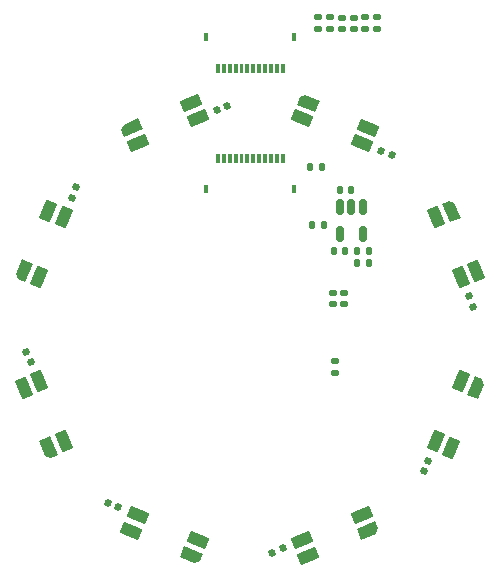
<source format=gbr>
%TF.GenerationSoftware,KiCad,Pcbnew,7.0.6*%
%TF.CreationDate,2023-07-27T21:49:21+01:00*%
%TF.ProjectId,Kiwano,4b697761-6e6f-42e6-9b69-6361645f7063,V1.0*%
%TF.SameCoordinates,Original*%
%TF.FileFunction,Paste,Bot*%
%TF.FilePolarity,Positive*%
%FSLAX46Y46*%
G04 Gerber Fmt 4.6, Leading zero omitted, Abs format (unit mm)*
G04 Created by KiCad (PCBNEW 7.0.6) date 2023-07-27 21:49:21*
%MOMM*%
%LPD*%
G01*
G04 APERTURE LIST*
G04 Aperture macros list*
%AMRoundRect*
0 Rectangle with rounded corners*
0 $1 Rounding radius*
0 $2 $3 $4 $5 $6 $7 $8 $9 X,Y pos of 4 corners*
0 Add a 4 corners polygon primitive as box body*
4,1,4,$2,$3,$4,$5,$6,$7,$8,$9,$2,$3,0*
0 Add four circle primitives for the rounded corners*
1,1,$1+$1,$2,$3*
1,1,$1+$1,$4,$5*
1,1,$1+$1,$6,$7*
1,1,$1+$1,$8,$9*
0 Add four rect primitives between the rounded corners*
20,1,$1+$1,$2,$3,$4,$5,0*
20,1,$1+$1,$4,$5,$6,$7,0*
20,1,$1+$1,$6,$7,$8,$9,0*
20,1,$1+$1,$8,$9,$2,$3,0*%
%AMRotRect*
0 Rectangle, with rotation*
0 The origin of the aperture is its center*
0 $1 length*
0 $2 width*
0 $3 Rotation angle, in degrees counterclockwise*
0 Add horizontal line*
21,1,$1,$2,0,0,$3*%
G04 Aperture macros list end*
%ADD10C,0.010000*%
%ADD11RoundRect,0.140000X0.170000X-0.140000X0.170000X0.140000X-0.170000X0.140000X-0.170000X-0.140000X0*%
%ADD12RoundRect,0.135000X-0.135000X-0.185000X0.135000X-0.185000X0.135000X0.185000X-0.135000X0.185000X0*%
%ADD13RoundRect,0.140000X-0.103484X0.194399X-0.210635X-0.064287X0.103484X-0.194399X0.210635X0.064287X0*%
%ADD14RoundRect,0.140000X-0.194399X-0.103484X0.064287X-0.210635X0.194399X0.103484X-0.064287X0.210635X0*%
%ADD15RoundRect,0.140000X0.194399X0.103484X-0.064287X0.210635X-0.194399X-0.103484X0.064287X-0.210635X0*%
%ADD16R,0.400000X0.800000*%
%ADD17RoundRect,0.140000X0.064287X0.210635X-0.194399X0.103484X-0.064287X-0.210635X0.194399X-0.103484X0*%
%ADD18RoundRect,0.135000X-0.185000X0.135000X-0.185000X-0.135000X0.185000X-0.135000X0.185000X0.135000X0*%
%ADD19RoundRect,0.140000X0.210635X-0.064287X0.103484X0.194399X-0.210635X0.064287X-0.103484X-0.194399X0*%
%ADD20RoundRect,0.140000X-0.064287X-0.210635X0.194399X-0.103484X0.064287X0.210635X-0.194399X0.103484X0*%
%ADD21RoundRect,0.140000X0.140000X0.170000X-0.140000X0.170000X-0.140000X-0.170000X0.140000X-0.170000X0*%
%ADD22RoundRect,0.135000X0.185000X-0.135000X0.185000X0.135000X-0.185000X0.135000X-0.185000X-0.135000X0*%
%ADD23RoundRect,0.135000X0.135000X0.185000X-0.135000X0.185000X-0.135000X-0.185000X0.135000X-0.185000X0*%
%ADD24RotRect,1.700000X1.000000X67.500000*%
%ADD25RotRect,1.700000X1.000000X247.500000*%
%ADD26RotRect,1.700000X1.000000X157.500000*%
%ADD27RotRect,1.700000X1.000000X112.500000*%
%ADD28RotRect,1.700000X1.000000X22.500000*%
%ADD29RoundRect,0.140000X-0.210635X0.064287X-0.103484X-0.194399X0.210635X-0.064287X0.103484X0.194399X0*%
%ADD30RotRect,1.700000X1.000000X202.500000*%
%ADD31RoundRect,0.140000X-0.170000X0.140000X-0.170000X-0.140000X0.170000X-0.140000X0.170000X0.140000X0*%
%ADD32RoundRect,0.140000X0.103484X-0.194399X0.210635X0.064287X-0.103484X0.194399X-0.210635X-0.064287X0*%
%ADD33RoundRect,0.150000X-0.150000X0.512500X-0.150000X-0.512500X0.150000X-0.512500X0.150000X0.512500X0*%
%ADD34RotRect,1.700000X1.000000X292.500000*%
%ADD35RotRect,1.700000X1.000000X337.500000*%
G04 APERTURE END LIST*
%TO.C,J1*%
D10*
X72375000Y-38200000D02*
X72125000Y-38200000D01*
X72125000Y-37550000D01*
X72375000Y-37550000D01*
X72375000Y-38200000D01*
G36*
X72375000Y-38200000D02*
G01*
X72125000Y-38200000D01*
X72125000Y-37550000D01*
X72375000Y-37550000D01*
X72375000Y-38200000D01*
G37*
X72875000Y-38200000D02*
X72625000Y-38200000D01*
X72625000Y-37550000D01*
X72875000Y-37550000D01*
X72875000Y-38200000D01*
G36*
X72875000Y-38200000D02*
G01*
X72625000Y-38200000D01*
X72625000Y-37550000D01*
X72875000Y-37550000D01*
X72875000Y-38200000D01*
G37*
X73375000Y-38200000D02*
X73125000Y-38200000D01*
X73125000Y-37550000D01*
X73375000Y-37550000D01*
X73375000Y-38200000D01*
G36*
X73375000Y-38200000D02*
G01*
X73125000Y-38200000D01*
X73125000Y-37550000D01*
X73375000Y-37550000D01*
X73375000Y-38200000D01*
G37*
X73875000Y-38200000D02*
X73625000Y-38200000D01*
X73625000Y-37550000D01*
X73875000Y-37550000D01*
X73875000Y-38200000D01*
G36*
X73875000Y-38200000D02*
G01*
X73625000Y-38200000D01*
X73625000Y-37550000D01*
X73875000Y-37550000D01*
X73875000Y-38200000D01*
G37*
X74375000Y-38200000D02*
X74125000Y-38200000D01*
X74125000Y-37550000D01*
X74375000Y-37550000D01*
X74375000Y-38200000D01*
G36*
X74375000Y-38200000D02*
G01*
X74125000Y-38200000D01*
X74125000Y-37550000D01*
X74375000Y-37550000D01*
X74375000Y-38200000D01*
G37*
X74875000Y-38200000D02*
X74625000Y-38200000D01*
X74625000Y-37550000D01*
X74875000Y-37550000D01*
X74875000Y-38200000D01*
G36*
X74875000Y-38200000D02*
G01*
X74625000Y-38200000D01*
X74625000Y-37550000D01*
X74875000Y-37550000D01*
X74875000Y-38200000D01*
G37*
X75375000Y-38200000D02*
X75125000Y-38200000D01*
X75125000Y-37550000D01*
X75375000Y-37550000D01*
X75375000Y-38200000D01*
G36*
X75375000Y-38200000D02*
G01*
X75125000Y-38200000D01*
X75125000Y-37550000D01*
X75375000Y-37550000D01*
X75375000Y-38200000D01*
G37*
X75875000Y-38200000D02*
X75625000Y-38200000D01*
X75625000Y-37550000D01*
X75875000Y-37550000D01*
X75875000Y-38200000D01*
G36*
X75875000Y-38200000D02*
G01*
X75625000Y-38200000D01*
X75625000Y-37550000D01*
X75875000Y-37550000D01*
X75875000Y-38200000D01*
G37*
X76375000Y-38200000D02*
X76125000Y-38200000D01*
X76125000Y-37550000D01*
X76375000Y-37550000D01*
X76375000Y-38200000D01*
G36*
X76375000Y-38200000D02*
G01*
X76125000Y-38200000D01*
X76125000Y-37550000D01*
X76375000Y-37550000D01*
X76375000Y-38200000D01*
G37*
X76875000Y-38200000D02*
X76625000Y-38200000D01*
X76625000Y-37550000D01*
X76875000Y-37550000D01*
X76875000Y-38200000D01*
G36*
X76875000Y-38200000D02*
G01*
X76625000Y-38200000D01*
X76625000Y-37550000D01*
X76875000Y-37550000D01*
X76875000Y-38200000D01*
G37*
X77375000Y-38200000D02*
X77125000Y-38200000D01*
X77125000Y-37550000D01*
X77375000Y-37550000D01*
X77375000Y-38200000D01*
G36*
X77375000Y-38200000D02*
G01*
X77125000Y-38200000D01*
X77125000Y-37550000D01*
X77375000Y-37550000D01*
X77375000Y-38200000D01*
G37*
X77875000Y-38200000D02*
X77625000Y-38200000D01*
X77625000Y-37550000D01*
X77875000Y-37550000D01*
X77875000Y-38200000D01*
G36*
X77875000Y-38200000D02*
G01*
X77625000Y-38200000D01*
X77625000Y-37550000D01*
X77875000Y-37550000D01*
X77875000Y-38200000D01*
G37*
%TO.C,D7*%
G36*
X56626805Y-54446121D02*
G01*
X55976243Y-56016717D01*
X55375721Y-55767972D01*
X55186302Y-55310675D01*
X55702925Y-54063438D01*
X56626805Y-54446121D01*
G37*
%TO.C,D3*%
G36*
X94624284Y-64232036D02*
G01*
X94813703Y-64689333D01*
X94297080Y-65936570D01*
X93373200Y-65553887D01*
X94023762Y-63983291D01*
X94624284Y-64232036D01*
G37*
%TO.C,D5*%
G36*
X71016720Y-79023760D02*
G01*
X70767975Y-79624282D01*
X70310678Y-79813701D01*
X69063441Y-79297078D01*
X69446124Y-78373198D01*
X71016720Y-79023760D01*
G37*
%TO.C,D6*%
G36*
X58731565Y-70635222D02*
G01*
X58131044Y-70883966D01*
X57673747Y-70694548D01*
X57157124Y-69447310D01*
X58081004Y-69064627D01*
X58731565Y-70635222D01*
G37*
%TO.C,D8*%
G36*
X65935378Y-43081004D02*
G01*
X64364783Y-43731565D01*
X64116039Y-43131044D01*
X64305457Y-42673747D01*
X65552695Y-42157124D01*
X65935378Y-43081004D01*
G37*
%TO.C,D4*%
G36*
X85883968Y-76868960D02*
G01*
X85694550Y-77326257D01*
X84447312Y-77842880D01*
X84064629Y-76919000D01*
X85635224Y-76268439D01*
X85883968Y-76868960D01*
G37*
%TO.C,J2*%
X77874989Y-45850008D02*
X77624989Y-45850008D01*
X77624989Y-45200008D01*
X77874989Y-45200008D01*
X77874989Y-45850008D01*
G36*
X77874989Y-45850008D02*
G01*
X77624989Y-45850008D01*
X77624989Y-45200008D01*
X77874989Y-45200008D01*
X77874989Y-45850008D01*
G37*
X77374989Y-45850008D02*
X77124989Y-45850008D01*
X77124989Y-45200008D01*
X77374989Y-45200008D01*
X77374989Y-45850008D01*
G36*
X77374989Y-45850008D02*
G01*
X77124989Y-45850008D01*
X77124989Y-45200008D01*
X77374989Y-45200008D01*
X77374989Y-45850008D01*
G37*
X76874989Y-45850008D02*
X76624989Y-45850008D01*
X76624989Y-45200008D01*
X76874989Y-45200008D01*
X76874989Y-45850008D01*
G36*
X76874989Y-45850008D02*
G01*
X76624989Y-45850008D01*
X76624989Y-45200008D01*
X76874989Y-45200008D01*
X76874989Y-45850008D01*
G37*
X76374989Y-45850008D02*
X76124989Y-45850008D01*
X76124989Y-45200008D01*
X76374989Y-45200008D01*
X76374989Y-45850008D01*
G36*
X76374989Y-45850008D02*
G01*
X76124989Y-45850008D01*
X76124989Y-45200008D01*
X76374989Y-45200008D01*
X76374989Y-45850008D01*
G37*
X75874989Y-45850008D02*
X75624989Y-45850008D01*
X75624989Y-45200008D01*
X75874989Y-45200008D01*
X75874989Y-45850008D01*
G36*
X75874989Y-45850008D02*
G01*
X75624989Y-45850008D01*
X75624989Y-45200008D01*
X75874989Y-45200008D01*
X75874989Y-45850008D01*
G37*
X75374989Y-45850008D02*
X75124989Y-45850008D01*
X75124989Y-45200008D01*
X75374989Y-45200008D01*
X75374989Y-45850008D01*
G36*
X75374989Y-45850008D02*
G01*
X75124989Y-45850008D01*
X75124989Y-45200008D01*
X75374989Y-45200008D01*
X75374989Y-45850008D01*
G37*
X74874989Y-45850008D02*
X74624989Y-45850008D01*
X74624989Y-45200008D01*
X74874989Y-45200008D01*
X74874989Y-45850008D01*
G36*
X74874989Y-45850008D02*
G01*
X74624989Y-45850008D01*
X74624989Y-45200008D01*
X74874989Y-45200008D01*
X74874989Y-45850008D01*
G37*
X74374989Y-45850008D02*
X74124989Y-45850008D01*
X74124989Y-45200008D01*
X74374989Y-45200008D01*
X74374989Y-45850008D01*
G36*
X74374989Y-45850008D02*
G01*
X74124989Y-45850008D01*
X74124989Y-45200008D01*
X74374989Y-45200008D01*
X74374989Y-45850008D01*
G37*
X73874989Y-45850008D02*
X73624989Y-45850008D01*
X73624989Y-45200008D01*
X73874989Y-45200008D01*
X73874989Y-45850008D01*
G36*
X73874989Y-45850008D02*
G01*
X73624989Y-45850008D01*
X73624989Y-45200008D01*
X73874989Y-45200008D01*
X73874989Y-45850008D01*
G37*
X73374989Y-45850008D02*
X73124989Y-45850008D01*
X73124989Y-45200008D01*
X73374989Y-45200008D01*
X73374989Y-45850008D01*
G36*
X73374989Y-45850008D02*
G01*
X73124989Y-45850008D01*
X73124989Y-45200008D01*
X73374989Y-45200008D01*
X73374989Y-45850008D01*
G37*
X72874989Y-45850008D02*
X72624989Y-45850008D01*
X72624989Y-45200008D01*
X72874989Y-45200008D01*
X72874989Y-45850008D01*
G36*
X72874989Y-45850008D02*
G01*
X72624989Y-45850008D01*
X72624989Y-45200008D01*
X72874989Y-45200008D01*
X72874989Y-45850008D01*
G37*
X72374989Y-45850008D02*
X72124989Y-45850008D01*
X72124989Y-45200008D01*
X72374989Y-45200008D01*
X72374989Y-45850008D01*
G36*
X72374989Y-45850008D02*
G01*
X72124989Y-45850008D01*
X72124989Y-45200008D01*
X72374989Y-45200008D01*
X72374989Y-45850008D01*
G37*
%TO.C,D2*%
G36*
X92326262Y-49305458D02*
G01*
X92842885Y-50552696D01*
X91919005Y-50935379D01*
X91268444Y-49364784D01*
X91868965Y-49116040D01*
X92326262Y-49305458D01*
G37*
%TO.C,D1*%
G36*
X80936571Y-40702925D02*
G01*
X80553888Y-41626805D01*
X78983292Y-40976243D01*
X79232037Y-40375721D01*
X79689334Y-40186302D01*
X80936571Y-40702925D01*
G37*
%TD*%
D11*
%TO.C,C9*%
X83000000Y-57880000D03*
X83000000Y-56920000D03*
%TD*%
%TO.C,C14*%
X82799998Y-34580000D03*
X82799998Y-33620000D03*
%TD*%
D12*
%TO.C,R5*%
X84090000Y-54400000D03*
X85110000Y-54400000D03*
%TD*%
D13*
%TO.C,C7*%
X60282499Y-47972305D03*
X59915123Y-48859229D03*
%TD*%
D14*
%TO.C,C5*%
X62972307Y-74717505D03*
X63859231Y-75084881D03*
%TD*%
D15*
%TO.C,C1*%
X87027700Y-45282501D03*
X86140776Y-44915125D03*
%TD*%
D16*
%TO.C,J1*%
X71250000Y-35300000D03*
X78750000Y-35300000D03*
%TD*%
D17*
%TO.C,C8*%
X73098023Y-41088290D03*
X72211099Y-41455666D03*
%TD*%
D18*
%TO.C,R7*%
X84789998Y-33600000D03*
X84789998Y-34620000D03*
%TD*%
D19*
%TO.C,C2*%
X93911717Y-58098022D03*
X93544341Y-57211098D03*
%TD*%
D20*
%TO.C,C4*%
X76901985Y-78911712D03*
X77788909Y-78544336D03*
%TD*%
D21*
%TO.C,C12*%
X83080000Y-53400000D03*
X82120000Y-53400000D03*
%TD*%
D22*
%TO.C,R6*%
X85800000Y-34610000D03*
X85800000Y-33590000D03*
%TD*%
D18*
%TO.C,R9*%
X80799998Y-33590000D03*
X80799998Y-34610000D03*
%TD*%
D11*
%TO.C,C13*%
X83799998Y-34580000D03*
X83799998Y-33620000D03*
%TD*%
D21*
%TO.C,C11*%
X83580000Y-48200000D03*
X82620000Y-48200000D03*
%TD*%
D23*
%TO.C,R4*%
X85110000Y-53400000D03*
X84090000Y-53400000D03*
%TD*%
D22*
%TO.C,R1*%
X82200000Y-63710000D03*
X82200000Y-62690000D03*
%TD*%
D24*
%TO.C,D7*%
X59237774Y-50494497D03*
X57944343Y-49958740D03*
X57133015Y-55575834D03*
%TD*%
D25*
%TO.C,D3*%
X90762231Y-69505511D03*
X92055662Y-70041268D03*
X92866990Y-64424174D03*
%TD*%
D26*
%TO.C,D5*%
X65494500Y-75762229D03*
X64958743Y-77055660D03*
X70575837Y-77866988D03*
%TD*%
D27*
%TO.C,D6*%
X57133017Y-64424172D03*
X55839586Y-64959929D03*
X59237776Y-69505509D03*
%TD*%
D22*
%TO.C,R8*%
X81799997Y-34610000D03*
X81799997Y-33590000D03*
%TD*%
D28*
%TO.C,D8*%
X70575833Y-42133017D03*
X70040076Y-40839586D03*
X65494496Y-44237776D03*
%TD*%
D29*
%TO.C,C6*%
X56088290Y-61901982D03*
X56455666Y-62788906D03*
%TD*%
D30*
%TO.C,D4*%
X79424174Y-77866987D03*
X79959931Y-79160418D03*
X84505511Y-75762228D03*
%TD*%
D12*
%TO.C,R2*%
X80290000Y-51200000D03*
X81310000Y-51200000D03*
%TD*%
D31*
%TO.C,C10*%
X82000000Y-56920000D03*
X82000000Y-57880000D03*
%TD*%
D23*
%TO.C,R3*%
X81110000Y-46300000D03*
X80090000Y-46300000D03*
%TD*%
D32*
%TO.C,C3*%
X89717507Y-72027691D03*
X90084883Y-71140767D03*
%TD*%
D16*
%TO.C,J2*%
X78749989Y-48100008D03*
X71249989Y-48100008D03*
%TD*%
D33*
%TO.C,U2*%
X82650000Y-49662500D03*
X83600000Y-49662500D03*
X84550000Y-49662500D03*
X84550000Y-51937500D03*
X82650000Y-51937500D03*
%TD*%
D34*
%TO.C,D2*%
X92866992Y-55575834D03*
X94160423Y-55040077D03*
X90762233Y-50494497D03*
%TD*%
D35*
%TO.C,D1*%
X84505512Y-44237774D03*
X85041269Y-42944343D03*
X79424175Y-42133015D03*
%TD*%
M02*

</source>
